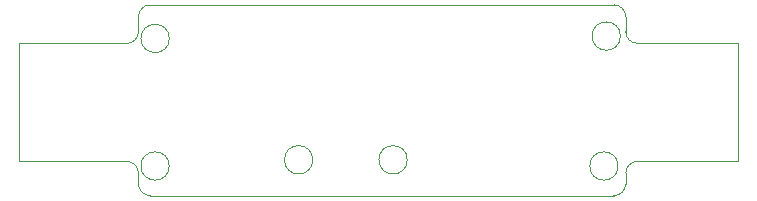
<source format=gbr>
%TF.GenerationSoftware,KiCad,Pcbnew,9.0.2*%
%TF.CreationDate,2025-07-09T21:54:35+02:00*%
%TF.ProjectId,drone_controller,64726f6e-655f-4636-9f6e-74726f6c6c65,rev?*%
%TF.SameCoordinates,Original*%
%TF.FileFunction,Profile,NP*%
%FSLAX46Y46*%
G04 Gerber Fmt 4.6, Leading zero omitted, Abs format (unit mm)*
G04 Created by KiCad (PCBNEW 9.0.2) date 2025-07-09 21:54:35*
%MOMM*%
%LPD*%
G01*
G04 APERTURE LIST*
%TA.AperFunction,Profile*%
%ADD10C,0.100000*%
%TD*%
%TA.AperFunction,Profile*%
%ADD11C,0.038100*%
%TD*%
%TA.AperFunction,Profile*%
%ADD12C,0.050000*%
%TD*%
G04 APERTURE END LIST*
D10*
X132791667Y-103621419D02*
X132791667Y-102357119D01*
X175050000Y-104621388D02*
G75*
G02*
X174050012Y-103621319I0J999988D01*
G01*
X133791667Y-101357117D02*
X173050000Y-101357117D01*
X132791667Y-116495794D02*
X132791667Y-115595755D01*
X174049962Y-115608019D02*
X174049962Y-116507119D01*
X131791700Y-114607978D02*
X122646431Y-114607978D01*
X174049962Y-115608019D02*
G75*
G02*
X175050000Y-114607962I1000038J19D01*
G01*
X183595031Y-114607978D02*
X175050000Y-114607978D01*
X131791700Y-114607978D02*
G75*
G02*
X132791647Y-115595755I0J-1000022D01*
G01*
D11*
X173600000Y-104000000D02*
G75*
G02*
X171200000Y-104000000I-1200000J0D01*
G01*
X171200000Y-104000000D02*
G75*
G02*
X173600000Y-104000000I1200000J0D01*
G01*
D10*
X132791667Y-103621419D02*
G75*
G02*
X131791700Y-104621367I-999967J19D01*
G01*
X133791700Y-117507116D02*
G75*
G02*
X132791646Y-116495794I100J1000216D01*
G01*
X174049962Y-102357117D02*
X174049962Y-103621319D01*
D11*
X135400000Y-104200000D02*
G75*
G02*
X133000000Y-104200000I-1200000J0D01*
G01*
X133000000Y-104200000D02*
G75*
G02*
X135400000Y-104200000I1200000J0D01*
G01*
X173400000Y-115000000D02*
G75*
G02*
X171000000Y-115000000I-1200000J0D01*
G01*
X171000000Y-115000000D02*
G75*
G02*
X173400000Y-115000000I1200000J0D01*
G01*
D10*
X132791667Y-102357119D02*
G75*
G02*
X133791667Y-101357167I1000033J-81D01*
G01*
X183595031Y-104621388D02*
X183595031Y-114607978D01*
X173038587Y-117507116D02*
X133791700Y-117507116D01*
X122646431Y-114607978D02*
X122646431Y-104621388D01*
X174050031Y-103621319D02*
X174049962Y-103621319D01*
X173050000Y-101357117D02*
G75*
G02*
X174049983Y-102357117I0J-999983D01*
G01*
X175050000Y-104621388D02*
X183595031Y-104621388D01*
D11*
X135400000Y-115000000D02*
G75*
G02*
X133000000Y-115000000I-1200000J0D01*
G01*
X133000000Y-115000000D02*
G75*
G02*
X135400000Y-115000000I1200000J0D01*
G01*
D10*
X122646431Y-104621388D02*
X131791700Y-104621388D01*
X174049962Y-116507119D02*
G75*
G02*
X173038587Y-117507099I-1000162J119D01*
G01*
D12*
%TO.C,SW1*%
X147550000Y-114475000D02*
G75*
G02*
X145150000Y-114475000I-1200000J0D01*
G01*
X145150000Y-114475000D02*
G75*
G02*
X147550000Y-114475000I1200000J0D01*
G01*
X155550000Y-114475000D02*
G75*
G02*
X153150000Y-114475000I-1200000J0D01*
G01*
X153150000Y-114475000D02*
G75*
G02*
X155550000Y-114475000I1200000J0D01*
G01*
%TD*%
M02*

</source>
